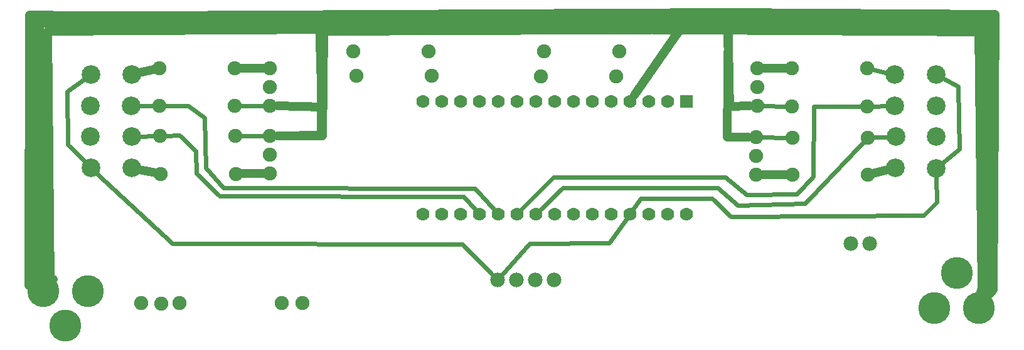
<source format=gbl>
G04 MADE WITH FRITZING*
G04 WWW.FRITZING.ORG*
G04 DOUBLE SIDED*
G04 HOLES PLATED*
G04 CONTOUR ON CENTER OF CONTOUR VECTOR*
%ASAXBY*%
%FSLAX23Y23*%
%MOIN*%
%OFA0B0*%
%SFA1.0B1.0*%
%ADD10C,0.099055*%
%ADD11C,0.070000*%
%ADD12C,0.075000*%
%ADD13C,0.078000*%
%ADD14C,0.170000*%
%ADD15R,0.070000X0.069972*%
%ADD16C,0.048000*%
%ADD17C,0.024000*%
%ADD18R,0.001000X0.001000*%
%LNCOPPER0*%
G90*
G70*
G54D10*
X388Y1484D03*
G54D11*
X3550Y1341D03*
X3450Y1341D03*
X3350Y1341D03*
X3250Y1341D03*
X3150Y1341D03*
X3050Y1341D03*
X2950Y1341D03*
X2850Y1341D03*
X2750Y1341D03*
X2650Y1341D03*
X2550Y1341D03*
X2450Y1341D03*
X2350Y1341D03*
X2250Y1341D03*
X2150Y1341D03*
X3550Y741D03*
X3450Y741D03*
X3350Y741D03*
X3250Y741D03*
X3150Y741D03*
X3050Y741D03*
X2950Y741D03*
X2850Y741D03*
X2750Y741D03*
X2650Y741D03*
X2550Y741D03*
X2450Y741D03*
X2350Y741D03*
X2250Y741D03*
X2150Y741D03*
G54D10*
X4876Y1318D03*
X4876Y1153D03*
G54D12*
X1338Y1516D03*
X1338Y1416D03*
X1338Y1316D03*
X1337Y958D03*
X1337Y1058D03*
X1337Y1158D03*
X3921Y949D03*
X3921Y1049D03*
X3921Y1149D03*
X3927Y1516D03*
X3927Y1416D03*
X3927Y1316D03*
X3195Y1608D03*
X2795Y1608D03*
X3178Y1473D03*
X2778Y1473D03*
X1798Y1477D03*
X2198Y1477D03*
X1781Y1605D03*
X2181Y1605D03*
G54D10*
X4877Y1483D03*
X604Y1482D03*
X4658Y1482D03*
X385Y1152D03*
X4660Y987D03*
X602Y986D03*
X385Y1316D03*
X4658Y1317D03*
X4662Y1152D03*
X603Y1153D03*
X601Y1317D03*
X388Y986D03*
X4876Y984D03*
G54D12*
X4510Y1313D03*
X4110Y1313D03*
X4512Y1148D03*
X4112Y1148D03*
X749Y1316D03*
X1149Y1316D03*
X752Y1158D03*
X1152Y1158D03*
G54D13*
X4423Y584D03*
X4523Y584D03*
X2546Y390D03*
X2646Y390D03*
X2746Y390D03*
X2846Y390D03*
G54D12*
X759Y264D03*
X1509Y266D03*
X857Y265D03*
X1399Y266D03*
X655Y265D03*
G54D14*
X4868Y241D03*
X5104Y241D03*
X4986Y426D03*
X369Y331D03*
X133Y331D03*
X251Y146D03*
G54D12*
X4111Y1515D03*
X4511Y1515D03*
X1149Y1517D03*
X749Y1517D03*
X1157Y954D03*
X757Y954D03*
X4112Y949D03*
X4512Y949D03*
G54D15*
X3550Y1341D03*
G54D16*
X84Y1794D02*
X130Y412D01*
D02*
X3767Y1812D02*
X84Y1794D01*
D02*
X3779Y1314D02*
X3767Y1812D01*
D02*
X3887Y1315D02*
X3779Y1314D01*
D02*
X102Y382D02*
X91Y400D01*
D02*
X93Y1755D02*
X102Y382D01*
D02*
X3772Y1761D02*
X93Y1755D01*
D02*
X3767Y1150D02*
X3772Y1761D01*
D02*
X3881Y1149D02*
X3767Y1150D01*
D02*
X169Y373D02*
X186Y393D01*
D02*
X157Y1714D02*
X169Y373D01*
D02*
X1614Y1724D02*
X157Y1714D01*
D02*
X1611Y1159D02*
X1614Y1724D01*
D02*
X1376Y1158D02*
X1611Y1159D01*
D02*
X57Y361D02*
X59Y1801D01*
D02*
X59Y1801D02*
X1601Y1781D01*
D02*
X1601Y1781D02*
X1614Y1311D01*
D02*
X1614Y1311D02*
X1378Y1315D01*
D02*
X57Y360D02*
X57Y361D01*
D02*
X5134Y336D02*
X5129Y319D01*
D02*
X5134Y1710D02*
X5134Y336D01*
D02*
X1609Y1733D02*
X5134Y1710D01*
D02*
X1619Y1309D02*
X1609Y1733D01*
D02*
X1378Y1315D02*
X1619Y1309D01*
D02*
X1618Y1157D02*
X1622Y1714D01*
D02*
X1622Y1714D02*
X5105Y1731D01*
D02*
X5105Y1731D02*
X5119Y345D01*
D02*
X5119Y345D02*
X5115Y322D01*
D02*
X1376Y1158D02*
X1618Y1157D01*
G54D17*
D02*
X4070Y1314D02*
X3967Y1315D01*
D02*
X4083Y1148D02*
X3949Y1149D01*
D02*
X1298Y1316D02*
X1189Y1316D01*
D02*
X1297Y1158D02*
X1192Y1158D01*
G54D16*
D02*
X3772Y1770D02*
X3776Y1323D01*
D02*
X3273Y1374D02*
X3539Y1761D01*
G54D17*
D02*
X4137Y847D02*
X4225Y939D01*
D02*
X2843Y938D02*
X3756Y936D01*
D02*
X4228Y1313D02*
X4481Y1313D01*
D02*
X2670Y762D02*
X2843Y938D01*
D02*
X4181Y798D02*
X4492Y1127D01*
D02*
X2893Y879D02*
X3717Y879D01*
D02*
X2771Y761D02*
X2893Y879D01*
D02*
X996Y988D02*
X989Y1252D01*
D02*
X989Y1252D02*
X902Y1317D01*
D02*
X902Y1317D02*
X778Y1316D01*
D02*
X1089Y881D02*
X996Y988D01*
D02*
X2426Y877D02*
X1089Y881D01*
D02*
X2530Y762D02*
X2426Y877D01*
D02*
X948Y955D02*
X944Y1078D01*
D02*
X944Y1078D02*
X856Y1160D01*
D02*
X856Y1160D02*
X781Y1158D01*
D02*
X1069Y835D02*
X948Y955D01*
D02*
X2367Y832D02*
X1069Y835D01*
D02*
X2430Y762D02*
X2367Y832D01*
D02*
X4538Y1314D02*
X4618Y1316D01*
D02*
X4540Y1149D02*
X4621Y1151D01*
D02*
X263Y1110D02*
X359Y1015D01*
D02*
X355Y1460D02*
X261Y1393D01*
D02*
X261Y1393D02*
X263Y1110D01*
D02*
X4994Y1420D02*
X4999Y1088D01*
D02*
X4999Y1088D02*
X4907Y1010D01*
D02*
X4913Y1464D02*
X4994Y1420D01*
D02*
X3307Y824D02*
X3267Y765D01*
D02*
X4876Y944D02*
X4880Y803D01*
D02*
X4809Y732D02*
X3787Y727D01*
D02*
X3687Y822D02*
X3307Y824D01*
D02*
X3787Y727D02*
X3687Y822D01*
D02*
X4880Y803D02*
X4809Y732D01*
D02*
X3824Y786D02*
X4181Y798D01*
D02*
X3717Y879D02*
X3824Y786D01*
D02*
X3871Y844D02*
X4137Y847D01*
D02*
X3756Y936D02*
X3871Y844D01*
D02*
X4225Y939D02*
X4228Y1313D01*
D02*
X2718Y584D02*
X2566Y412D01*
D02*
X3139Y587D02*
X2718Y584D01*
D02*
X3233Y717D02*
X3139Y587D01*
D02*
X2361Y580D02*
X2525Y412D01*
D02*
X821Y584D02*
X2361Y580D01*
D02*
X418Y958D02*
X821Y584D01*
G54D16*
D02*
X3516Y1724D02*
X3273Y1374D01*
D02*
X113Y1757D02*
X3516Y1724D01*
D02*
X132Y412D02*
X113Y1757D01*
D02*
X3539Y1761D02*
X3772Y1770D01*
D02*
X3767Y1812D02*
X5190Y1802D01*
D02*
X5190Y1802D02*
X5181Y338D01*
D02*
X5181Y338D02*
X5155Y305D01*
D02*
X1362Y1770D02*
X5148Y1767D01*
D02*
X5148Y1767D02*
X5151Y364D01*
D02*
X5151Y364D02*
X5133Y317D01*
G54D17*
D02*
X723Y1157D02*
X643Y1154D01*
D02*
X720Y1316D02*
X642Y1317D01*
G54D16*
D02*
X1308Y957D02*
X1186Y955D01*
D02*
X1178Y1517D02*
X1309Y1516D01*
D02*
X643Y1492D02*
X721Y1510D01*
D02*
X729Y960D02*
X642Y978D01*
D02*
X4082Y1515D02*
X3956Y1515D01*
G54D17*
D02*
X4619Y1491D02*
X4539Y1509D01*
G54D16*
D02*
X4621Y977D02*
X4540Y956D01*
D02*
X4084Y949D02*
X3949Y949D01*
G54D18*
D02*
G04 End of Copper0*
M02*
</source>
